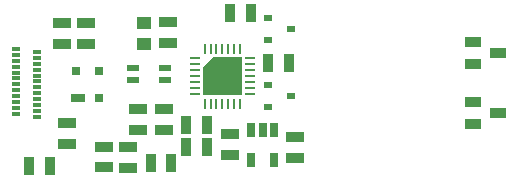
<source format=gtp>
G04*
G04 #@! TF.GenerationSoftware,Altium Limited,Altium Designer,24.9.1 (31)*
G04*
G04 Layer_Color=8421504*
%FSLAX44Y44*%
%MOMM*%
G71*
G04*
G04 #@! TF.SameCoordinates,0DAEADC5-739E-474D-A028-FC833E2B39B4*
G04*
G04*
G04 #@! TF.FilePolarity,Positive*
G04*
G01*
G75*
%ADD19R,1.4000X0.9000*%
%ADD20R,0.7620X0.7620*%
%ADD21R,1.1684X0.7620*%
%ADD22R,0.7000X0.3000*%
%ADD23R,0.6500X1.2500*%
%ADD24O,1.0000X0.2500*%
%ADD25O,0.2500X1.0000*%
%ADD26R,0.8500X1.5000*%
%ADD27R,1.5000X0.8500*%
%ADD28R,1.3000X1.1000*%
%ADD29R,1.1000X0.6000*%
%ADD30R,0.7000X0.6000*%
G36*
X543100Y775750D02*
X510600Y775750D01*
X510600Y800125D01*
X518725Y808250D01*
X543100D01*
Y775750D01*
D02*
G37*
D19*
X738800Y770230D02*
D03*
Y751230D02*
D03*
X759800Y760730D02*
D03*
X738800Y821030D02*
D03*
Y802030D02*
D03*
X759800Y811530D02*
D03*
D20*
X421997Y796256D02*
D03*
Y773396D02*
D03*
X402693Y796256D02*
D03*
D21*
X404979Y773396D02*
D03*
D22*
X369500Y757500D02*
D03*
Y762500D02*
D03*
Y767500D02*
D03*
Y777500D02*
D03*
X369500Y782500D02*
D03*
Y787500D02*
D03*
X369500Y792500D02*
D03*
Y802500D02*
D03*
Y807500D02*
D03*
X352500Y815000D02*
D03*
Y810000D02*
D03*
Y805000D02*
D03*
X352500Y795000D02*
D03*
X352500Y790000D02*
D03*
Y785000D02*
D03*
Y780000D02*
D03*
Y770000D02*
D03*
Y765000D02*
D03*
Y760000D02*
D03*
X369500Y812500D02*
D03*
X352500Y800000D02*
D03*
X369500Y797500D02*
D03*
X352500Y775000D02*
D03*
X369500Y772500D02*
D03*
D23*
X570250Y746000D02*
D03*
X560850D02*
D03*
X551450D02*
D03*
Y721000D02*
D03*
X570250D02*
D03*
D24*
X503600Y807000D02*
D03*
Y802000D02*
D03*
X550100Y777000D02*
D03*
Y782000D02*
D03*
Y792000D02*
D03*
Y797000D02*
D03*
Y802000D02*
D03*
Y807000D02*
D03*
X503600Y797000D02*
D03*
Y792000D02*
D03*
Y787000D02*
D03*
Y782000D02*
D03*
Y777000D02*
D03*
X550100Y787000D02*
D03*
D25*
X521850Y768750D02*
D03*
X526850D02*
D03*
X531850D02*
D03*
X536850D02*
D03*
X541850D02*
D03*
Y815250D02*
D03*
X516850D02*
D03*
X511850Y768750D02*
D03*
X516850D02*
D03*
X536850Y815250D02*
D03*
X531850D02*
D03*
X526850D02*
D03*
X521850D02*
D03*
X511850D02*
D03*
D26*
X496100Y751000D02*
D03*
X513600Y751000D02*
D03*
X363360Y716026D02*
D03*
X380860Y716026D02*
D03*
X513600Y732250D02*
D03*
X496100Y732250D02*
D03*
X466250Y718500D02*
D03*
X483750Y718500D02*
D03*
X551040Y845820D02*
D03*
X533540Y845820D02*
D03*
X582850Y803000D02*
D03*
X565350Y803000D02*
D03*
D27*
X533600Y742750D02*
D03*
X533600Y725250D02*
D03*
X588600Y722750D02*
D03*
Y740250D02*
D03*
X395478Y734708D02*
D03*
Y752208D02*
D03*
X391160Y819290D02*
D03*
X391160Y836790D02*
D03*
X426500Y732250D02*
D03*
Y714750D02*
D03*
X447250Y732000D02*
D03*
Y714500D02*
D03*
X477500Y763750D02*
D03*
Y746250D02*
D03*
X455000Y763750D02*
D03*
Y746250D02*
D03*
X480750Y837500D02*
D03*
X480750Y820000D02*
D03*
X410958Y836934D02*
D03*
Y819434D02*
D03*
D28*
X460250Y819610D02*
D03*
Y837390D02*
D03*
D29*
X478250Y788750D02*
D03*
X451250D02*
D03*
Y798750D02*
D03*
X478250D02*
D03*
D30*
X565100Y841500D02*
D03*
X585100Y832000D02*
D03*
X565100Y822500D02*
D03*
Y784500D02*
D03*
X585100Y775000D02*
D03*
X565100Y765500D02*
D03*
M02*

</source>
